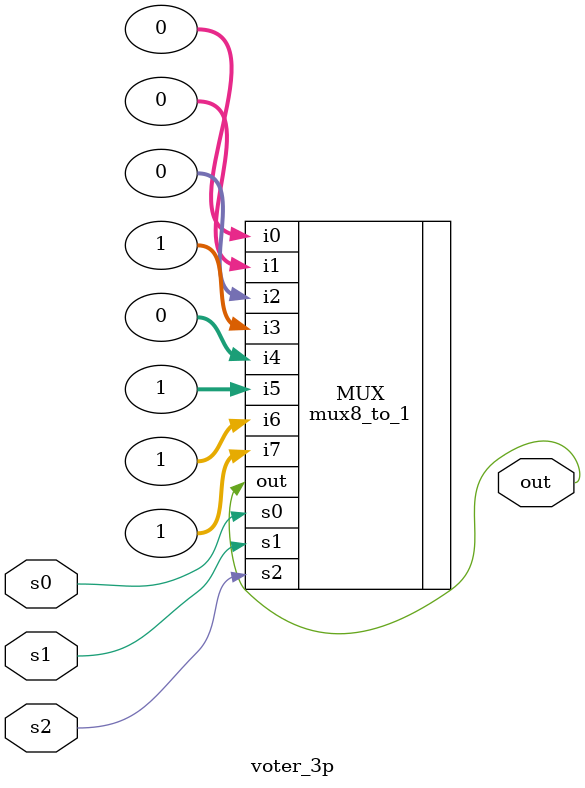
<source format=v>
`timescale 1ns / 1ps


module voter_3p(
    input s0,
    input s1,
    input s2,
    output out
    );
    
    mux8_to_1 MUX(.out(out),.i0(0),.i1(0),.i2(0),.i3(1),.i4(0),.i5(1),.i6(1),.i7(1),.s2(s2),.s1(s1),.s0(s0));
endmodule

</source>
